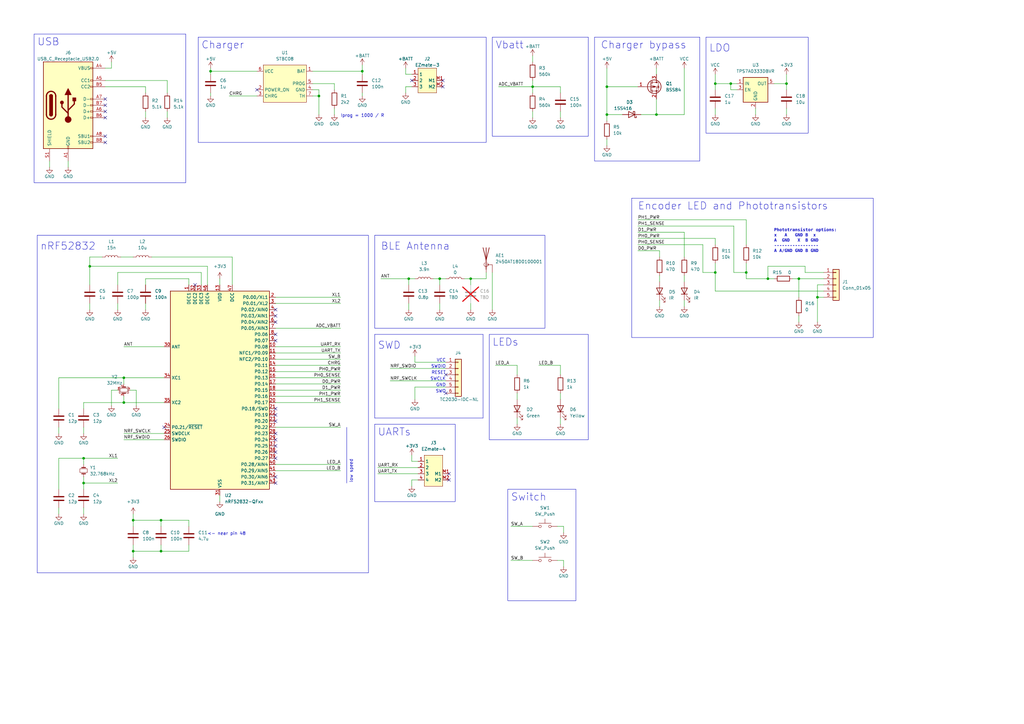
<source format=kicad_sch>
(kicad_sch (version 20230121) (generator eeschema)
  (paper "A3")
  (lib_symbols
    (symbol "Connector:USB_C_Receptacle_USB2.0" (pin_names (offset 1.016))
      (property "Reference" "J" (at -10.16 19.05 0))
      (property "Value" "USB_C_Receptacle_USB2.0" (at 19.05 19.05 0))
      (symbol "USB_C_Receptacle_USB2.0_1_1"
        (pin passive line (at 0 -22.86 90) (length 5.08) (name "GND") (number "A1"))
        (pin passive line (at 0 -22.86 90) (length 5.08) hide (name "GND") (number "A12"))
        (pin passive line (at 15.24 15.24 180) (length 5.08) (name "VBUS") (number "A4"))
        (pin bidirectional line (at 15.24 10.16 180) (length 5.08) (name "CC1") (number "A5"))
        (pin bidirectional line (at 15.24 -2.54 180) (length 5.08) (name "D+") (number "A6"))
        (pin bidirectional line (at 15.24 2.54 180) (length 5.08) (name "D-") (number "A7"))
        (pin bidirectional line (at 15.24 -12.7 180) (length 5.08) (name "SBU1") (number "A8"))
        (pin passive line (at 15.24 15.24 180) (length 5.08) hide (name "VBUS") (number "A9"))
        (pin passive line (at 0 -22.86 90) (length 5.08) hide (name "GND") (number "B1"))
        (pin passive line (at 0 -22.86 90) (length 5.08) hide (name "GND") (number "B12"))
        (pin passive line (at 15.24 15.24 180) (length 5.08) hide (name "VBUS") (number "B4"))
        (pin bidirectional line (at 15.24 7.62 180) (length 5.08) (name "CC2") (number "B5"))
        (pin bidirectional line (at 15.24 -5.08 180) (length 5.08) (name "D+") (number "B6"))
        (pin bidirectional line (at 15.24 0 180) (length 5.08) (name "D-") (number "B7"))
        (pin bidirectional line (at 15.24 -15.24 180) (length 5.08) (name "SBU2") (number "B8"))
        (pin passive line (at 15.24 15.24 180) (length 5.08) hide (name "VBUS") (number "B9"))
        (pin passive line (at -7.62 -22.86 90) (length 5.08) (name "SHIELD") (number "S1"))
      )
    )
    (symbol "Connector_Generic:Conn_01x05" (pin_names (offset 1.016) hide)
      (property "Reference" "J" (at 0 7.62 0))
      (property "Value" "Conn_01x05" (at 0 -7.62 0))
      (symbol "Conn_01x05_1_1"
        (pin passive line (at -5.08 5.08 0) (length 3.81) (name "Pin_1") (number "1"))
        (pin passive line (at -5.08 2.54 0) (length 3.81) (name "Pin_2") (number "2"))
        (pin passive line (at -5.08 0 0) (length 3.81) (name "Pin_3") (number "3"))
        (pin passive line (at -5.08 -2.54 0) (length 3.81) (name "Pin_4") (number "4"))
        (pin passive line (at -5.08 -5.08 0) (length 3.81) (name "Pin_5") (number "5"))
      )
    )
    (symbol "Connector_Generic:Conn_01x06" (pin_names (offset 1.016) hide)
      (property "Reference" "J" (at 0 7.62 0))
      (property "Value" "Conn_01x06" (at 0 -10.16 0))
      (symbol "Conn_01x06_1_1"
        (pin passive line (at -5.08 5.08 0) (length 3.81) (name "Pin_1") (number "1"))
        (pin passive line (at -5.08 2.54 0) (length 3.81) (name "Pin_2") (number "2"))
        (pin passive line (at -5.08 0 0) (length 3.81) (name "Pin_3") (number "3"))
        (pin passive line (at -5.08 -2.54 0) (length 3.81) (name "Pin_4") (number "4"))
        (pin passive line (at -5.08 -5.08 0) (length 3.81) (name "Pin_5") (number "5"))
        (pin passive line (at -5.08 -7.62 0) (length 3.81) (name "Pin_6") (number "6"))
      )
    )
    (symbol "Device:Antenna_Shield" (pin_numbers hide) (pin_names (offset 1.016) hide)
      (property "Reference" "AE" (at -1.905 4.445 0))
      (property "Value" "Antenna_Shield" (at -1.905 2.54 0))
      (symbol "Antenna_Shield_1_1"
        (pin input line (at 0 -5.08 90) (length 2.54) (name "A") (number "1"))
        (pin input line (at 2.54 -5.08 90) (length 2.54) (name "Shield") (number "2"))
      )
    )
    (symbol "Device:C" (pin_numbers hide) (pin_names (offset 0.254))
      (property "Reference" "C" (at 0.635 2.54 0))
      (property "Value" "C" (at 0.635 -2.54 0))
      (symbol "C_1_1"
        (pin passive line (at 0 3.81 270) (length 2.794) (name "~") (number "1"))
        (pin passive line (at 0 -3.81 90) (length 2.794) (name "~") (number "2"))
      )
    )
    (symbol "Device:Crystal_GND24_Small" (pin_names (offset 1.016) hide)
      (property "Reference" "Y" (at 1.27 4.445 0))
      (property "Value" "Crystal_GND24_Small" (at 1.27 2.54 0))
      (symbol "Crystal_GND24_Small_1_1"
        (pin passive line (at -2.54 0 0) (length 1.27) (name "1") (number "1"))
        (pin passive line (at 0 -2.54 90) (length 0.635) (name "2") (number "2"))
        (pin passive line (at 2.54 0 180) (length 1.27) (name "3") (number "3"))
        (pin passive line (at 0 2.54 270) (length 0.635) (name "4") (number "4"))
      )
    )
    (symbol "Device:Crystal_Small" (pin_numbers hide) (pin_names (offset 1.016) hide)
      (property "Reference" "Y" (at 0 2.54 0))
      (property "Value" "Crystal_Small" (at 0 -2.54 0))
      (symbol "Crystal_Small_1_1"
        (pin passive line (at -2.54 0 0) (length 1.27) (name "1") (number "1"))
        (pin passive line (at 2.54 0 180) (length 1.27) (name "2") (number "2"))
      )
    )
    (symbol "Device:L" (pin_numbers hide) (pin_names (offset 1.016) hide)
      (property "Reference" "L" (at -1.27 0 90))
      (property "Value" "L" (at 1.905 0 90))
      (symbol "L_1_1"
        (pin passive line (at 0 3.81 270) (length 1.27) (name "1") (number "1"))
        (pin passive line (at 0 -3.81 90) (length 1.27) (name "2") (number "2"))
      )
    )
    (symbol "Device:LED" (pin_numbers hide) (pin_names (offset 1.016) hide)
      (property "Reference" "D" (at 0 2.54 0))
      (property "Value" "LED" (at 0 -2.54 0))
      (symbol "LED_1_1"
        (pin passive line (at -3.81 0 0) (length 2.54) (name "K") (number "1"))
        (pin passive line (at 3.81 0 180) (length 2.54) (name "A") (number "2"))
      )
    )
    (symbol "Device:R" (pin_numbers hide) (pin_names (offset 0))
      (property "Reference" "R" (at 2.032 0 90))
      (property "Value" "R" (at 0 0 90))
      (symbol "R_1_1"
        (pin passive line (at 0 3.81 270) (length 1.27) (name "~") (number "1"))
        (pin passive line (at 0 -3.81 90) (length 1.27) (name "~") (number "2"))
      )
    )
    (symbol "Diode:1N5819" (pin_numbers hide) (pin_names (offset 1.016) hide)
      (property "Reference" "D" (at 0 2.54 0))
      (property "Value" "1N5819" (at 0 -2.54 0))
      (symbol "1N5819_1_1"
        (pin passive line (at -3.81 0 0) (length 2.54) (name "K") (number "1"))
        (pin passive line (at 3.81 0 180) (length 2.54) (name "A") (number "2"))
      )
    )
    (symbol "MCU_Nordic:nRF52832-QFxx"
      (property "Reference" "U" (at 0 1.27 0))
      (property "Value" "nRF52832-QFxx" (at 0 -1.27 0))
      (symbol "nRF52832-QFxx_1_1"
        (pin passive line (at -12.7 43.18 270) (length 2.54) (name "DEC1") (number "1"))
        (pin bidirectional line (at 22.86 17.78 180) (length 2.54) (name "P0.08") (number "10"))
        (pin bidirectional line (at 22.86 15.24 180) (length 2.54) (name "NFC1/P0.09") (number "11"))
        (pin bidirectional line (at 22.86 12.7 180) (length 2.54) (name "NFC2/P0.10") (number "12"))
        (pin power_in line (at 0 43.18 270) (length 2.54) (name "VDD") (number "13"))
        (pin bidirectional line (at 22.86 10.16 180) (length 2.54) (name "P0.11") (number "14"))
        (pin bidirectional line (at 22.86 7.62 180) (length 2.54) (name "P0.12") (number "15"))
        (pin bidirectional line (at 22.86 5.08 180) (length 2.54) (name "P0.13") (number "16"))
        (pin bidirectional line (at 22.86 2.54 180) (length 2.54) (name "P0.14") (number "17"))
        (pin bidirectional line (at 22.86 0 180) (length 2.54) (name "P0.15") (number "18"))
        (pin bidirectional line (at 22.86 -2.54 180) (length 2.54) (name "P0.16") (number "19"))
        (pin bidirectional line (at 22.86 38.1 180) (length 2.54) (name "P0.00/XL1") (number "2"))
        (pin bidirectional line (at 22.86 -5.08 180) (length 2.54) (name "P0.17") (number "20"))
        (pin bidirectional line (at 22.86 -7.62 180) (length 2.54) (name "P0.18/SWO") (number "21"))
        (pin bidirectional line (at 22.86 -10.16 180) (length 2.54) (name "P0.19") (number "22"))
        (pin bidirectional line (at 22.86 -12.7 180) (length 2.54) (name "P0.20") (number "23"))
        (pin bidirectional line (at -22.86 -15.24 0) (length 2.54) (name "P0.21/~{RESET}") (number "24"))
        (pin input line (at -22.86 -17.78 0) (length 2.54) (name "SWDCLK") (number "25"))
        (pin bidirectional line (at -22.86 -20.32 0) (length 2.54) (name "SWDIO") (number "26"))
        (pin bidirectional line (at 22.86 -15.24 180) (length 2.54) (name "P0.22") (number "27"))
        (pin bidirectional line (at 22.86 -17.78 180) (length 2.54) (name "P0.23") (number "28"))
        (pin bidirectional line (at 22.86 -20.32 180) (length 2.54) (name "P0.24") (number "29"))
        (pin bidirectional line (at 22.86 35.56 180) (length 2.54) (name "P0.01/XL2") (number "3"))
        (pin passive line (at -22.86 17.78 0) (length 2.54) (name "ANT") (number "30"))
        (pin power_in line (at 0 -43.18 90) (length 2.54) (name "VSS") (number "31"))
        (pin passive line (at -10.16 43.18 270) (length 2.54) (name "DEC2") (number "32"))
        (pin passive line (at -7.62 43.18 270) (length 2.54) (name "DEC3") (number "33"))
        (pin input line (at -22.86 5.08 0) (length 2.54) (name "XC1") (number "34"))
        (pin input line (at -22.86 -5.08 0) (length 2.54) (name "XC2") (number "35"))
        (pin passive line (at 0 43.18 270) (length 2.54) hide (name "VDD") (number "36"))
        (pin bidirectional line (at 22.86 -22.86 180) (length 2.54) (name "P0.25") (number "37"))
        (pin bidirectional line (at 22.86 -25.4 180) (length 2.54) (name "P0.26") (number "38"))
        (pin bidirectional line (at 22.86 -27.94 180) (length 2.54) (name "P0.27") (number "39"))
        (pin bidirectional line (at 22.86 33.02 180) (length 2.54) (name "P0.02/AIN0") (number "4"))
        (pin bidirectional line (at 22.86 -30.48 180) (length 2.54) (name "P0.28/AIN4") (number "40"))
        (pin bidirectional line (at 22.86 -33.02 180) (length 2.54) (name "P0.29/AIN5") (number "41"))
        (pin bidirectional line (at 22.86 -35.56 180) (length 2.54) (name "P0.30/AIN6") (number "42"))
        (pin bidirectional line (at 22.86 -38.1 180) (length 2.54) (name "P0.31/AIN7") (number "43"))
        (pin no_connect line (at -20.32 -30.48 0) (length 2.54) hide (name "NC") (number "44"))
        (pin passive line (at 0 -43.18 90) (length 2.54) hide (name "VSS") (number "45"))
        (pin passive line (at -5.08 43.18 270) (length 2.54) (name "DEC4") (number "46"))
        (pin power_out line (at 5.08 43.18 270) (length 2.54) (name "DCC") (number "47"))
        (pin passive line (at 0 43.18 270) (length 2.54) hide (name "VDD") (number "48"))
        (pin passive line (at 0 -43.18 90) (length 2.54) hide (name "VSS") (number "49"))
        (pin bidirectional line (at 22.86 30.48 180) (length 2.54) (name "P0.03/AIN1") (number "5"))
        (pin bidirectional line (at 22.86 27.94 180) (length 2.54) (name "P0.04/AIN2") (number "6"))
        (pin bidirectional line (at 22.86 25.4 180) (length 2.54) (name "P0.05/AIN3") (number "7"))
        (pin bidirectional line (at 22.86 22.86 180) (length 2.54) (name "P0.06") (number "8"))
        (pin bidirectional line (at 22.86 20.32 180) (length 2.54) (name "P0.07") (number "9"))
      )
    )
    (symbol "Regulator_Linear:TPS7A0508PDBV"
      (property "Reference" "U" (at -3.81 6.35 0))
      (property "Value" "TPS7A0508PDBV" (at 6.35 6.35 0))
      (symbol "TPS7A0508PDBV_0_1"
        (pin power_in line (at -7.62 2.54 0) (length 2.54) (name "IN") (number "1"))
        (pin power_in line (at 0 -7.62 90) (length 2.54) (name "GND") (number "2"))
        (pin input line (at -7.62 0 0) (length 2.54) (name "EN") (number "3"))
        (pin no_connect line (at 5.08 0 180) (length 2.54) hide (name "NC") (number "4"))
        (pin power_out line (at 7.62 2.54 180) (length 2.54) (name "OUT") (number "5"))
      )
    )
    (symbol "Switch:SW_Push" (pin_numbers hide) (pin_names (offset 1.016) hide)
      (property "Reference" "SW" (at 1.27 2.54 0))
      (property "Value" "SW_Push" (at 0 -1.524 0))
      (symbol "SW_Push_0_1"
        (pin passive line (at -5.08 0 0) (length 2.54) (name "1") (number "1"))
        (pin passive line (at 5.08 0 180) (length 2.54) (name "2") (number "2"))
      )
    )
    (symbol "Transistor_FET:BSS84" (pin_names hide)
      (property "Reference" "Q" (at 5.08 1.905 0))
      (property "Value" "BSS84" (at 5.08 0 0))
      (symbol "BSS84_1_1"
        (pin input line (at -5.08 0 0) (length 2.54) (name "G") (number "1"))
        (pin passive line (at 2.54 -5.08 90) (length 2.54) (name "S") (number "2"))
        (pin passive line (at 2.54 5.08 270) (length 2.54) (name "D") (number "3"))
      )
    )
    (symbol "balto:EZmate-3"
      (property "Reference" "J" (at 0 6.35 0))
      (property "Value" "EZmate-3" (at 0 -6.35 0))
      (symbol "EZmate-3_1_1"
        (pin passive line (at -6.35 2.54 0) (length 2.54) (name "1") (number "1"))
        (pin passive line (at -6.35 0 0) (length 2.54) (name "2") (number "2"))
        (pin passive line (at -6.35 -2.54 0) (length 2.54) (name "3") (number "3"))
        (pin passive line (at 6.35 0 180) (length 2.54) (name "M1") (number "M1"))
        (pin passive line (at 6.35 -2.54 180) (length 2.54) (name "M2") (number "M2"))
      )
    )
    (symbol "balto:EZmate-4"
      (property "Reference" "J" (at 0 7.62 0))
      (property "Value" "EZmate-4" (at 0 -7.62 0))
      (symbol "EZmate-4_1_1"
        (pin passive line (at -6.35 3.81 0) (length 2.54) (name "1") (number "1"))
        (pin passive line (at -6.35 1.27 0) (length 2.54) (name "2") (number "2"))
        (pin passive line (at -6.35 -1.27 0) (length 2.54) (name "3") (number "3"))
        (pin passive line (at -6.35 -3.81 0) (length 2.54) (name "4") (number "4"))
        (pin passive line (at 6.35 -1.27 180) (length 2.54) (name "M1") (number "M1"))
        (pin passive line (at 6.35 -3.81 180) (length 2.54) (name "M2") (number "M2"))
      )
    )
    (symbol "balto:STBC08"
      (property "Reference" "U" (at 0 8.89 0))
      (property "Value" "STBC08" (at 0 -8.89 0))
      (symbol "STBC08_1_1"
        (pin power_in line (at 11.43 5.08 180) (length 2.54) (name "BAT") (number "1"))
        (pin open_collector line (at -11.43 -2.54 0) (length 2.54) (name "POWER_ON") (number "2"))
        (pin open_collector line (at -11.43 -5.08 0) (length 2.54) (name "CHRG") (number "3"))
        (pin power_in line (at 11.43 -2.54 180) (length 2.54) (name "GND") (number "4"))
        (pin passive line (at 11.43 0 180) (length 2.54) (name "PROG") (number "5"))
        (pin power_in line (at -11.43 5.08 0) (length 2.54) (name "VCC") (number "6"))
        (pin passive line (at 11.43 -5.08 180) (length 2.54) (name "TH") (number "7"))
      )
    )
    (symbol "power:+3V3" (power) (pin_names (offset 0))
      (property "Value" "+3V3" (at 0 3.556 0))
      (symbol "+3V3_1_1"
        (pin power_in line (at 0 0 90) (length 0) hide (name "+3V3") (number "1"))
      )
    )
    (symbol "power:+5V" (power) (pin_names (offset 0))
      (property "Value" "+5V" (at 0 3.556 0))
      (symbol "+5V_1_1"
        (pin power_in line (at 0 0 90) (length 0) hide (name "+5V") (number "1"))
      )
    )
    (symbol "power:+BATT" (power) (pin_names (offset 0))
      (property "Value" "+BATT" (at 0 3.556 0))
      (symbol "+BATT_1_1"
        (pin power_in line (at 0 0 90) (length 0) hide (name "+BATT") (number "1"))
      )
    )
    (symbol "power:GND" (power) (pin_names (offset 0))
      (property "Value" "GND" (at 0 -3.81 0))
      (symbol "GND_1_1"
        (pin power_in line (at 0 0 270) (length 0) hide (name "GND") (number "1"))
      )
    )
    (symbol "power:VCC" (power) (pin_names (offset 0))
      (property "Value" "VCC" (at 0 3.81 0))
      (symbol "VCC_1_1"
        (pin power_in line (at 0 0 90) (length 0) hide (name "VCC") (number "1"))
      )
    )
  )
  (junction (at 299.72 34.29))
  (junction (at 306.07 111.76))
  (junction (at 322.58 34.29))
  (junction (at 130.81 39.37))
  (junction (at 327.66 114.3))
  (junction (at 86.36 29.21))
  (junction (at 34.29 187.96))
  (junction (at 293.37 34.29))
  (junction (at 34.29 198.12))
  (junction (at 269.24 46.99))
  (junction (at 314.96 114.3))
  (junction (at 167.64 114.3))
  (junction (at 248.92 35.56))
  (junction (at 66.04 213.36))
  (junction (at 293.37 111.76))
  (junction (at 50.8 154.94))
  (junction (at 248.92 46.99))
  (junction (at 218.44 35.56))
  (junction (at 335.28 121.92))
  (junction (at 66.04 226.06))
  (junction (at 148.59 29.21))
  (junction (at 193.04 114.3))
  (junction (at 54.61 226.06))
  (junction (at 54.61 213.36))
  (junction (at 50.8 165.1))
  (junction (at 36.83 109.22))
  (junction (at 180.34 114.3))
  (no_connect (at 43.18 48.26))
  (no_connect (at 168.91 33.02))
  (no_connect (at 181.61 35.56))
  (no_connect (at 113.03 137.16))
  (no_connect (at 113.03 177.8))
  (no_connect (at 43.18 45.72))
  (no_connect (at 113.03 195.58))
  (no_connect (at 113.03 198.12))
  (no_connect (at 105.41 36.83))
  (no_connect (at 113.03 132.08))
  (no_connect (at 113.03 185.42))
  (no_connect (at 113.03 167.64))
  (no_connect (at 113.03 170.18))
  (no_connect (at 113.03 127))
  (no_connect (at 67.31 175.26))
  (no_connect (at 113.03 129.54))
  (no_connect (at 181.61 33.02))
  (no_connect (at 43.18 43.18))
  (no_connect (at 80.01 116.84))
  (no_connect (at 182.88 161.29))
  (no_connect (at 184.15 194.31))
  (no_connect (at 113.03 182.88))
  (no_connect (at 182.88 153.67))
  (no_connect (at 113.03 172.72))
  (no_connect (at 43.18 55.88))
  (no_connect (at 113.03 139.7))
  (no_connect (at 43.18 40.64))
  (no_connect (at 43.18 58.42))
  (no_connect (at 113.03 187.96))
  (no_connect (at 113.03 180.34))
  (no_connect (at 184.15 196.85))
  (wire (pts (xy 203.2 149.86) (xy 212.09 149.86)))
  (wire (pts (xy 48.26 111.76) (xy 82.55 111.76)))
  (wire (pts (xy 330.2 111.76) (xy 330.2 109.22)))
  (wire (pts (xy 228.6 229.87) (xy 231.14 229.87)))
  (wire (pts (xy 59.69 114.3) (xy 59.69 116.84)))
  (wire (pts (xy 229.87 45.72) (xy 229.87 48.26)))
  (wire (pts (xy 166.37 30.48) (xy 166.37 27.94)))
  (wire (pts (xy 50.8 165.1) (xy 50.8 162.56)))
  (wire (pts (xy 90.17 203.2) (xy 90.17 205.74)))
  (wire (pts (xy 54.61 210.82) (xy 54.61 213.36)))
  (wire (pts (xy 34.29 190.5) (xy 34.29 187.96)))
  (wire (pts (xy 48.26 124.46) (xy 48.26 127)))
  (wire (pts (xy 50.8 154.94) (xy 24.13 154.94)))
  (wire (pts (xy 59.69 35.56) (xy 59.69 38.1)))
  (wire (pts (xy 36.83 109.22) (xy 36.83 116.84)))
  (wire (pts (xy 193.04 114.3) (xy 199.39 114.3)))
  (wire (pts (xy 280.67 113.03) (xy 280.67 115.57)))
  (wire (pts (xy 325.12 114.3) (xy 327.66 114.3)))
  (wire (pts (xy 218.44 45.72) (xy 218.44 48.26)))
  (wire (pts (xy 50.8 154.94) (xy 50.8 157.48)))
  (wire (pts (xy 335.28 121.92) (xy 335.28 132.08)))
  (wire (pts (xy 77.47 213.36) (xy 66.04 213.36)))
  (wire (pts (xy 49.53 105.41) (xy 54.61 105.41)))
  (wire (pts (xy 160.02 156.21) (xy 182.88 156.21)))
  (wire (pts (xy 54.61 223.52) (xy 54.61 226.06)))
  (wire (pts (xy 280.67 95.25) (xy 280.67 105.41)))
  (wire (pts (xy 209.55 215.9) (xy 218.44 215.9)))
  (wire (pts (xy 27.94 66.04) (xy 27.94 68.58)))
  (wire (pts (xy 212.09 153.67) (xy 212.09 149.86)))
  (wire (pts (xy 113.03 144.78) (xy 139.7 144.78)))
  (wire (pts (xy 182.88 148.59) (xy 170.18 148.59)))
  (wire (pts (xy 154.94 191.77) (xy 171.45 191.77)))
  (wire (pts (xy 306.07 111.76) (xy 300.99 111.76)))
  (wire (pts (xy 293.37 34.29) (xy 293.37 36.83)))
  (wire (pts (xy 314.96 114.3) (xy 306.07 114.3)))
  (wire (pts (xy 50.8 154.94) (xy 67.31 154.94)))
  (wire (pts (xy 218.44 33.02) (xy 218.44 35.56)))
  (wire (pts (xy 218.44 35.56) (xy 229.87 35.56)))
  (wire (pts (xy 130.81 39.37) (xy 130.81 46.99)))
  (wire (pts (xy 293.37 107.95) (xy 293.37 111.76)))
  (wire (pts (xy 201.93 111.76) (xy 201.93 127)))
  (wire (pts (xy 20.32 66.04) (xy 20.32 68.58)))
  (wire (pts (xy 261.62 100.33) (xy 288.29 100.33)))
  (wire (pts (xy 293.37 119.38) (xy 293.37 111.76)))
  (wire (pts (xy 220.98 149.86) (xy 229.87 149.86)))
  (wire (pts (xy 293.37 34.29) (xy 293.37 30.48)))
  (wire (pts (xy 170.18 158.75) (xy 170.18 163.83)))
  (wire (pts (xy 24.13 154.94) (xy 24.13 167.64)))
  (wire (pts (xy 300.99 111.76) (xy 300.99 92.71)))
  (wire (pts (xy 261.62 90.17) (xy 306.07 90.17)))
  (wire (pts (xy 113.03 149.86) (xy 139.7 149.86)))
  (wire (pts (xy 113.03 147.32) (xy 139.7 147.32)))
  (polyline (pts (xy 198.12 137.16) (xy 153.67 137.16)))
  (wire (pts (xy 34.29 195.58) (xy 34.29 198.12)))
  (wire (pts (xy 248.92 27.94) (xy 248.92 35.56)))
  (wire (pts (xy 337.82 111.76) (xy 330.2 111.76)))
  (wire (pts (xy 50.8 165.1) (xy 67.31 165.1)))
  (wire (pts (xy 43.18 35.56) (xy 59.69 35.56)))
  (wire (pts (xy 128.27 39.37) (xy 130.81 39.37)))
  (wire (pts (xy 66.04 223.52) (xy 66.04 226.06)))
  (wire (pts (xy 280.67 123.19) (xy 280.67 125.73)))
  (wire (pts (xy 170.18 148.59) (xy 170.18 146.05)))
  (wire (pts (xy 53.34 160.02) (xy 55.88 160.02)))
  (wire (pts (xy 231.14 229.87) (xy 231.14 232.41)))
  (wire (pts (xy 306.07 107.95) (xy 306.07 111.76)))
  (wire (pts (xy 50.8 180.34) (xy 67.31 180.34)))
  (polyline (pts (xy 142.24 175.26) (xy 142.24 198.12)))
  (wire (pts (xy 337.82 121.92) (xy 335.28 121.92)))
  (wire (pts (xy 299.72 34.29) (xy 302.26 34.29)))
  (wire (pts (xy 261.62 102.87) (xy 270.51 102.87)))
  (wire (pts (xy 77.47 114.3) (xy 59.69 114.3)))
  (wire (pts (xy 113.03 193.04) (xy 139.7 193.04)))
  (wire (pts (xy 280.67 46.99) (xy 280.67 27.94)))
  (wire (pts (xy 231.14 215.9) (xy 231.14 218.44)))
  (wire (pts (xy 113.03 142.24) (xy 139.7 142.24)))
  (wire (pts (xy 327.66 114.3) (xy 337.82 114.3)))
  (wire (pts (xy 68.58 33.02) (xy 68.58 38.1)))
  (wire (pts (xy 309.88 44.45) (xy 309.88 46.99)))
  (wire (pts (xy 212.09 171.45) (xy 212.09 173.99)))
  (wire (pts (xy 24.13 208.28) (xy 24.13 210.82)))
  (wire (pts (xy 322.58 30.48) (xy 322.58 34.29)))
  (wire (pts (xy 327.66 114.3) (xy 327.66 121.92)))
  (wire (pts (xy 269.24 40.64) (xy 269.24 46.99)))
  (wire (pts (xy 59.69 124.46) (xy 59.69 127)))
  (wire (pts (xy 45.72 27.94) (xy 45.72 25.4)))
  (wire (pts (xy 86.36 27.94) (xy 86.36 29.21)))
  (wire (pts (xy 43.18 27.94) (xy 45.72 27.94)))
  (wire (pts (xy 302.26 36.83) (xy 299.72 36.83)))
  (wire (pts (xy 77.47 116.84) (xy 77.47 114.3)))
  (wire (pts (xy 166.37 35.56) (xy 166.37 38.1)))
  (wire (pts (xy 335.28 116.84) (xy 335.28 121.92)))
  (wire (pts (xy 154.94 194.31) (xy 171.45 194.31)))
  (wire (pts (xy 322.58 34.29) (xy 322.58 36.83)))
  (wire (pts (xy 113.03 175.26) (xy 139.7 175.26)))
  (wire (pts (xy 229.87 161.29) (xy 229.87 163.83)))
  (wire (pts (xy 180.34 124.46) (xy 180.34 127)))
  (polyline (pts (xy 198.12 171.45) (xy 198.12 137.16)))
  (wire (pts (xy 85.09 109.22) (xy 85.09 116.84)))
  (wire (pts (xy 68.58 45.72) (xy 68.58 48.26)))
  (wire (pts (xy 167.64 114.3) (xy 167.64 116.84)))
  (wire (pts (xy 322.58 44.45) (xy 322.58 46.99)))
  (wire (pts (xy 248.92 57.15) (xy 248.92 59.69)))
  (wire (pts (xy 24.13 187.96) (xy 24.13 200.66)))
  (wire (pts (xy 288.29 111.76) (xy 288.29 100.33)))
  (wire (pts (xy 86.36 29.21) (xy 105.41 29.21)))
  (wire (pts (xy 327.66 129.54) (xy 327.66 132.08)))
  (wire (pts (xy 330.2 109.22) (xy 314.96 109.22)))
  (wire (pts (xy 62.23 105.41) (xy 95.25 105.41)))
  (wire (pts (xy 204.47 35.56) (xy 218.44 35.56)))
  (wire (pts (xy 128.27 29.21) (xy 148.59 29.21)))
  (wire (pts (xy 130.81 36.83) (xy 130.81 39.37)))
  (wire (pts (xy 113.03 134.62) (xy 139.7 134.62)))
  (wire (pts (xy 59.69 45.72) (xy 59.69 48.26)))
  (wire (pts (xy 317.5 34.29) (xy 322.58 34.29)))
  (wire (pts (xy 148.59 26.67) (xy 148.59 29.21)))
  (wire (pts (xy 299.72 34.29) (xy 293.37 34.29)))
  (wire (pts (xy 168.91 189.23) (xy 168.91 186.69)))
  (wire (pts (xy 36.83 109.22) (xy 85.09 109.22)))
  (wire (pts (xy 299.72 34.29) (xy 299.72 36.83)))
  (wire (pts (xy 93.98 39.37) (xy 105.41 39.37)))
  (wire (pts (xy 182.88 158.75) (xy 170.18 158.75)))
  (wire (pts (xy 314.96 114.3) (xy 317.5 114.3)))
  (wire (pts (xy 193.04 114.3) (xy 193.04 116.84)))
  (wire (pts (xy 95.25 105.41) (xy 95.25 116.84)))
  (wire (pts (xy 113.03 124.46) (xy 139.7 124.46)))
  (wire (pts (xy 24.13 175.26) (xy 24.13 177.8)))
  (wire (pts (xy 48.26 111.76) (xy 48.26 116.84)))
  (wire (pts (xy 34.29 187.96) (xy 48.26 187.96)))
  (wire (pts (xy 190.5 114.3) (xy 193.04 114.3)))
  (wire (pts (xy 270.51 113.03) (xy 270.51 115.57)))
  (wire (pts (xy 55.88 160.02) (xy 55.88 166.37)))
  (wire (pts (xy 218.44 35.56) (xy 218.44 38.1)))
  (wire (pts (xy 156.21 114.3) (xy 167.64 114.3)))
  (wire (pts (xy 270.51 123.19) (xy 270.51 125.73)))
  (wire (pts (xy 171.45 189.23) (xy 168.91 189.23)))
  (wire (pts (xy 261.62 95.25) (xy 280.67 95.25)))
  (wire (pts (xy 86.36 29.21) (xy 86.36 30.48)))
  (wire (pts (xy 160.02 151.13) (xy 182.88 151.13)))
  (wire (pts (xy 269.24 27.94) (xy 269.24 30.48)))
  (wire (pts (xy 113.03 160.02) (xy 139.7 160.02)))
  (wire (pts (xy 48.26 160.02) (xy 45.72 160.02)))
  (wire (pts (xy 148.59 29.21) (xy 148.59 30.48)))
  (wire (pts (xy 113.03 154.94) (xy 139.7 154.94)))
  (wire (pts (xy 293.37 111.76) (xy 288.29 111.76)))
  (wire (pts (xy 77.47 215.9) (xy 77.47 213.36)))
  (wire (pts (xy 113.03 157.48) (xy 139.7 157.48)))
  (wire (pts (xy 113.03 190.5) (xy 139.7 190.5)))
  (wire (pts (xy 137.16 44.45) (xy 137.16 46.99)))
  (wire (pts (xy 261.62 97.79) (xy 293.37 97.79)))
  (wire (pts (xy 43.18 33.02) (xy 68.58 33.02)))
  (wire (pts (xy 261.62 92.71) (xy 300.99 92.71)))
  (wire (pts (xy 45.72 160.02) (xy 45.72 166.37)))
  (wire (pts (xy 248.92 35.56) (xy 261.62 35.56)))
  (wire (pts (xy 269.24 46.99) (xy 280.67 46.99)))
  (wire (pts (xy 128.27 34.29) (xy 137.16 34.29)))
  (wire (pts (xy 293.37 100.33) (xy 293.37 97.79)))
  (wire (pts (xy 34.29 198.12) (xy 48.26 198.12)))
  (wire (pts (xy 337.82 116.84) (xy 335.28 116.84)))
  (wire (pts (xy 50.8 142.24) (xy 67.31 142.24)))
  (wire (pts (xy 86.36 38.1) (xy 86.36 39.37)))
  (wire (pts (xy 34.29 187.96) (xy 24.13 187.96)))
  (wire (pts (xy 77.47 226.06) (xy 66.04 226.06)))
  (wire (pts (xy 314.96 109.22) (xy 314.96 114.3)))
  (wire (pts (xy 34.29 175.26) (xy 34.29 177.8)))
  (wire (pts (xy 212.09 161.29) (xy 212.09 163.83)))
  (wire (pts (xy 50.8 177.8) (xy 67.31 177.8)))
  (wire (pts (xy 262.89 46.99) (xy 269.24 46.99)))
  (wire (pts (xy 113.03 165.1) (xy 139.7 165.1)))
  (wire (pts (xy 36.83 124.46) (xy 36.83 127)))
  (wire (pts (xy 306.07 100.33) (xy 306.07 90.17)))
  (wire (pts (xy 77.47 223.52) (xy 77.47 226.06)))
  (wire (pts (xy 113.03 121.92) (xy 139.7 121.92)))
  (wire (pts (xy 170.18 114.3) (xy 167.64 114.3)))
  (wire (pts (xy 248.92 46.99) (xy 248.92 49.53)))
  (wire (pts (xy 34.29 198.12) (xy 34.29 200.66)))
  (polyline (pts (xy 153.67 171.45) (xy 198.12 171.45)))
  (wire (pts (xy 168.91 196.85) (xy 171.45 196.85)))
  (wire (pts (xy 50.8 165.1) (xy 34.29 165.1)))
  (wire (pts (xy 209.55 229.87) (xy 218.44 229.87)))
  (wire (pts (xy 34.29 165.1) (xy 34.29 167.64)))
  (wire (pts (xy 128.27 36.83) (xy 130.81 36.83)))
  (wire (pts (xy 168.91 199.39) (xy 168.91 196.85)))
  (wire (pts (xy 248.92 35.56) (xy 248.92 46.99)))
  (wire (pts (xy 180.34 114.3) (xy 180.34 116.84)))
  (wire (pts (xy 66.04 213.36) (xy 54.61 213.36)))
  (wire (pts (xy 229.87 35.56) (xy 229.87 38.1)))
  (wire (pts (xy 36.83 109.22) (xy 36.83 105.41)))
  (wire (pts (xy 177.8 114.3) (xy 180.34 114.3)))
  (wire (pts (xy 337.82 119.38) (xy 293.37 119.38)))
  (wire (pts (xy 218.44 22.86) (xy 218.44 25.4)))
  (wire (pts (xy 229.87 171.45) (xy 229.87 173.99)))
  (wire (pts (xy 148.59 38.1) (xy 148.59 39.37)))
  (wire (pts (xy 36.83 105.41) (xy 41.91 105.41)))
  (wire (pts (xy 90.17 114.3) (xy 90.17 116.84)))
  (wire (pts (xy 306.07 114.3) (xy 306.07 111.76)))
  (wire (pts (xy 228.6 215.9) (xy 231.14 215.9)))
  (wire (pts (xy 34.29 208.28) (xy 34.29 210.82)))
  (wire (pts (xy 293.37 44.45) (xy 293.37 46.99)))
  (wire (pts (xy 193.04 124.46) (xy 193.04 127)))
  (wire (pts (xy 199.39 114.3) (xy 199.39 111.76)))
  (polyline (pts (xy 153.67 137.16) (xy 153.67 171.45)))
  (wire (pts (xy 167.64 124.46) (xy 167.64 127)))
  (wire (pts (xy 270.51 102.87) (xy 270.51 105.41)))
  (wire (pts (xy 168.91 35.56) (xy 166.37 35.56)))
  (wire (pts (xy 180.34 114.3) (xy 182.88 114.3)))
  (wire (pts (xy 54.61 226.06) (xy 54.61 228.6)))
  (wire (pts (xy 82.55 111.76) (xy 82.55 116.84)))
  (wire (pts (xy 66.04 226.06) (xy 54.61 226.06)))
  (wire (pts (xy 113.03 162.56) (xy 139.7 162.56)))
  (wire (pts (xy 54.61 213.36) (xy 54.61 215.9)))
  (wire (pts (xy 113.03 152.4) (xy 139.7 152.4)))
  (wire (pts (xy 66.04 213.36) (xy 66.04 215.9)))
  (wire (pts (xy 137.16 34.29) (xy 137.16 36.83)))
  (wire (pts (xy 229.87 153.67) (xy 229.87 149.86)))
  (wire (pts (xy 168.91 30.48) (xy 166.37 30.48)))
  (wire (pts (xy 248.92 46.99) (xy 255.27 46.99)))
  (rectangle (start 201.93 15.24) (end 241.3 55.88))
  (rectangle (start 259.08 81.28) (end 358.14 138.43))
  (rectangle (start 153.67 173.99) (end 186.69 205.74))
  (rectangle (start 208.28 200.66) (end 236.22 246.38))
  (rectangle (start 243.84 15.24) (end 287.02 66.04))
  (rectangle (start 289.56 15.24) (end 331.47 54.61))
  (rectangle (start 13.97 13.97) (end 76.2 74.93))
  (rectangle (start 200.66 137.16) (end 241.3 180.34))
  (rectangle (start 81.28 15.24) (end 199.39 58.42))
  (rectangle (start 15.24 96.52) (end 151.13 234.95))
  (rectangle (start 153.67 96.52) (end 223.52 134.62))
  (text "UARTs" (at 154.94 179.07 0) (effects (font (size 3 3)) (justify left bottom)))
  (text "LEDs" (at 201.93 142.24 0) (effects (font (size 3 3)) (justify left bottom)))
  (text "low speed" (at 144.78 198.12 90) (effects (font (size 1.27 1.27)) (justify left bottom)))
  (text "Switch" (at 209.55 205.74 0) (effects (font (size 3 3)) (justify left bottom)))
  (text "RESET" (at 182.88 153.67 0) (effects (font (size 1.27 1.27)) (justify right bottom)))
  (text "<- near pin 48" (at 85.09 219.71 0) (effects (font (size 1.27 1.27)) (justify left bottom)))
  (text "SWDIO" (at 182.88 151.13 0) (effects (font (size 1.27 1.27)) (justify right bottom)))
  (text "LDO" (at 290.83 21.59 0) (effects (font (size 3 3)) (justify left bottom)))
  (text "USB" (at 15.24 19.05 0) (effects (font (size 3 3)) (justify left bottom)))
  (text "BLE Antenna" (at 156.21 102.87 0) (effects (font (size 3 3)) (justify left bottom)))
  (text "nRF52832" (at 16.51 102.87 0) (effects (font (size 3 3)) (justify left bottom)))
  (text "Iprog = 1000 / R" (at 139.7 48.26 0) (effects (font (size 1.27 1.27)) (justify left bottom)))
  (text "SWCLK" (at 182.88 156.21 0) (effects (font (size 1.27 1.27)) (justify right bottom)))
  (text "VCC" (at 182.88 148.59 0) (effects (font (size 1.27 1.27)) (justify right bottom)))
  (text "Phototransistor options:\nx   A   GND B  x\nA  GND   X  B GND\n-----------------\nA A/GND GND B GND" (at 317.5 104.14 0) (effects (font (size 1.27 1.27) (thickness 0.254) bold) (justify left bottom)))
  (text "Charger" (at 82.55 20.32 0) (effects (font (size 3 3)) (justify left bottom)))
  (text "SWD" (at 154.94 143.51 0) (effects (font (size 3 3)) (justify left bottom)))
  (text "SWO" (at 182.88 161.29 0) (effects (font (size 1.27 1.27)) (justify right bottom)))
  (text "Charger bypass" (at 246.38 20.32 0) (effects (font (size 3 3)) (justify left bottom)))
  (text "GND" (at 182.88 158.75 0) (effects (font (size 1.27 1.27)) (justify right bottom)))
  (text "Encoder LED and Phototransistors" (at 261.62 86.36 0) (effects (font (size 3 3)) (justify left bottom)))
  (text "Vbatt" (at 203.2 20.32 0) (effects (font (size 3 3)) (justify left bottom)))
  (label "PH1_SENSE" (at 139.7 165.1 180))
  (label "SW_A" (at 139.7 175.26 180))
  (label "PH1_PWR" (at 261.62 90.17 0))
  (label "NRF_SWCLK" (at 160.02 156.21 0))
  (label "CHRG" (at 93.98 39.37 0))
  (label "NRF_SWCLK" (at 50.8 177.8 0))
  (label "LED_B" (at 139.7 193.04 180))
  (label "SW_A" (at 209.55 215.9 0))
  (label "PH0_PWR" (at 139.7 152.4 180))
  (label "XL1" (at 139.7 121.92 180))
  (label "D0_PWR" (at 139.7 157.48 180))
  (label "UART_RX" (at 154.94 191.77 0))
  (label "PH0_PWR" (at 261.62 97.79 0))
  (label "D1_PWR" (at 261.62 95.25 0))
  (label "LED_B" (at 220.98 149.86 0))
  (label "ADC_VBATT" (at 139.7 134.62 180))
  (label "PH1_SENSE" (at 261.62 92.71 0))
  (label "D0_PWR" (at 261.62 102.87 0))
  (label "PH1_PWR" (at 139.7 162.56 180))
  (label "NRF_SWDIO" (at 50.8 180.34 0))
  (label "NRF_SWDIO" (at 160.02 151.13 0))
  (label "PH0_SENSE" (at 139.7 154.94 180))
  (label "CHRG" (at 139.7 149.86 180))
  (label "ANT" (at 50.8 142.24 0))
  (label "XL2" (at 139.7 124.46 180))
  (label "UART_TX" (at 139.7 144.78 180))
  (label "D1_PWR" (at 139.7 160.02 180))
  (label "XL1" (at 48.26 187.96 180))
  (label "XL2" (at 48.26 198.12 180))
  (label "SW_B" (at 209.55 229.87 0))
  (label "UART_TX" (at 154.94 194.31 0))
  (label "LED_A" (at 203.2 149.86 0))
  (label "ANT" (at 156.21 114.3 0))
  (label "UART_RX" (at 139.7 142.24 180))
  (label "LED_A" (at 139.7 190.5 180))
  (label "PH0_SENSE" (at 261.62 100.33 0))
  (label "ADC_VBATT" (at 204.47 35.56 0))
  (label "SW_B" (at 139.7 147.32 180))
  (symbol (lib_id "power:+3V3") (at 170.18 146.05 0) (unit 1)
    (property "Reference" "#PWR028" (effects hide))
    (property "Value" "+3V3" (at 170.18 142.24 0))
  )
  (symbol (lib_id "balto:EZmate-3") (at 175.26 33.02 0) (unit 1)
    (property "Reference" "J2" (at 175.26 24.13 0))
    (property "Value" "EZmate-3" (at 175.26 26.67 0))
    (property "Footprint" "balto:EZmate-3" (effects hide))
  )
  (symbol (lib_id "power:GND") (at 201.93 127 0) (unit 1)
    (property "Reference" "#PWR035" (effects hide))
    (property "Value" "GND" (at 201.93 130.81 0))
  )
  (symbol (lib_id "Device:C") (at 293.37 40.64 0) (unit 1)
    (property "Reference" "C17" (at 297.18 39.3699 0) (effects (justify left)))
    (property "Value" "1u" (at 297.18 41.9099 0) (effects (justify left)))
    (property "Footprint" "balto:C_0402_Worthington" (effects hide))
  )
  (symbol (lib_id "Device:LED") (at 229.87 167.64 90) (unit 1)
    (property "Reference" "D6" (at 233.68 167.9575 90) (effects (justify right)))
    (property "Value" "Yellow" (at 233.68 170.4975 90) (effects (justify right)))
    (property "Footprint" "LED_SMD:LED_0603_1608Metric" (effects hide))
  )
  (symbol (lib_id "Device:C") (at 24.13 171.45 0) (unit 1)
    (property "Reference" "C1" (at 27.94 170.1799 0) (effects (justify left)))
    (property "Value" "12p" (at 27.94 172.7199 0) (effects (justify left)))
    (property "Footprint" "balto:C_0402_Worthington" (effects hide))
  )
  (symbol (lib_id "power:GND") (at 322.58 46.99 0) (unit 1)
    (property "Reference" "#PWR045" (effects hide))
    (property "Value" "GND" (at 322.58 50.8 0))
  )
  (symbol (lib_id "Device:R") (at 68.58 41.91 0) (unit 1)
    (property "Reference" "R14" (at 71.12 41.275 0) (effects (justify left)))
    (property "Value" "5.1k" (at 71.12 43.815 0) (effects (justify left)))
    (property "Footprint" "balto:R_0402_Worthington" (effects hide))
  )
  (symbol (lib_id "power:+3V3") (at 322.58 30.48 0) (unit 1)
    (property "Reference" "#PWR044" (effects hide))
    (property "Value" "+3V3" (at 322.58 26.67 0))
  )
  (symbol (lib_id "Diode:1N5819") (at 259.08 46.99 180) (unit 1)
    (property "Reference" "D3" (at 256.8575 41.91 0) (effects (justify right)))
    (property "Value" "1SS416" (at 251.7775 44.45 0) (effects (justify right)))
    (property "Footprint" "Diode_SMD:D_SOD-923" (effects hide))
  )
  (symbol (lib_id "Device:C") (at 59.69 120.65 0) (unit 1)
    (property "Reference" "C9" (at 63.5 119.3799 0) (effects (justify left)))
    (property "Value" "100n" (at 63.5 121.9199 0) (effects (justify left)))
    (property "Footprint" "balto:C_0402_Worthington" (effects hide))
  )
  (symbol (lib_id "power:+BATT") (at 218.44 22.86 0) (unit 1)
    (property "Reference" "#PWR030" (effects hide))
    (property "Value" "+BATT" (at 218.44 19.05 0))
  )
  (symbol (lib_id "Device:R") (at 306.07 104.14 0) (unit 1)
    (property "Reference" "R12" (at 308.61 102.87 0) (effects (justify left)))
    (property "Value" "10k" (at 308.61 105.41 0) (effects (justify left)))
    (property "Footprint" "balto:R_0402_Worthington" (effects hide))
  )
  (symbol (lib_id "power:GND") (at 309.88 46.99 0) (unit 1)
    (property "Reference" "#PWR043" (effects hide))
    (property "Value" "GND" (at 309.88 50.8 0))
  )
  (symbol (lib_id "power:GND") (at 270.51 125.73 0) (unit 1)
    (property "Reference" "#PWR052" (effects hide))
    (property "Value" "GND" (at 270.51 129.54 0))
  )
  (symbol (lib_id "power:GND") (at 34.29 177.8 0) (unit 1)
    (property "Reference" "#PWR05" (effects hide))
    (property "Value" "GND" (at 34.29 181.61 0))
  )
  (symbol (lib_id "Transistor_FET:BSS84") (at 266.7 35.56 0) (unit 1)
    (property "Reference" "Q1" (at 273.05 34.29 0) (effects (justify left)))
    (property "Value" "BSS84" (at 273.05 36.83 0) (effects (justify left)))
    (property "Footprint" "Package_TO_SOT_SMD:SOT-23" (effects hide))
    (property "Datasheet" "http://assets.nexperia.com/documents/data-sheet/BSS84.pdf" (effects hide))
  )
  (symbol (lib_id "power:GND") (at 148.59 39.37 0) (unit 1)
    (property "Reference" "#PWR021" (effects hide))
    (property "Value" "GND" (at 148.59 43.18 0))
  )
  (symbol (lib_id "power:+BATT") (at 166.37 27.94 0) (unit 1)
    (property "Reference" "#PWR022" (effects hide))
    (property "Value" "+BATT" (at 166.37 24.13 0))
  )
  (symbol (lib_id "power:GND") (at 59.69 127 0) (unit 1)
    (property "Reference" "#PWR015" (effects hide))
    (property "Value" "GND" (at 59.69 130.81 0))
  )
  (symbol (lib_id "power:GND") (at 193.04 127 0) (unit 1)
    (property "Reference" "#PWR034" (effects hide))
    (property "Value" "GND" (at 193.04 130.81 0))
  )
  (symbol (lib_id "Device:R") (at 229.87 157.48 0) (unit 1)
    (property "Reference" "R13" (at 232.41 156.21 0) (effects (justify left)))
    (property "Value" "1k" (at 232.41 158.75 0) (effects (justify left)))
    (property "Footprint" "balto:R_0402_Worthington" (effects hide))
  )
  (symbol (lib_id "power:GND") (at 130.81 46.99 0) (unit 1)
    (property "Reference" "#PWR016" (effects hide))
    (property "Value" "GND" (at 130.81 50.8 0))
  )
  (symbol (lib_id "power:+3V3") (at 54.61 210.82 0) (unit 1)
    (property "Reference" "#PWR012" (effects hide))
    (property "Value" "+3V3" (at 54.61 205.74 0))
  )
  (symbol (lib_id "power:GND") (at 280.67 125.73 0) (unit 1)
    (property "Reference" "#PWR051" (effects hide))
    (property "Value" "GND" (at 280.67 129.54 0))
  )
  (symbol (lib_id "power:GND") (at 166.37 38.1 0) (unit 1)
    (property "Reference" "#PWR023" (effects hide))
    (property "Value" "GND" (at 166.37 41.91 0))
  )
  (symbol (lib_id "balto:STBC08") (at 116.84 34.29 0) (unit 1)
    (property "Reference" "U1" (at 116.84 21.59 0))
    (property "Value" "STBC08" (at 116.84 24.13 0))
    (property "Footprint" "Package_DFN_QFN:DFN-6-1EP_3x3mm_P0.95mm_EP1.7x2.6mm" (effects hide))
  )
  (symbol (lib_id "Device:C") (at 229.87 41.91 0) (unit 1)
    (property "Reference" "C15" (at 233.68 40.6399 0) (effects (justify left)))
    (property "Value" "100n" (at 233.68 43.1799 0) (effects (justify left)))
    (property "Footprint" "balto:C_0402_Worthington" (effects hide))
  )
  (symbol (lib_id "power:GND") (at 229.87 48.26 0) (unit 1)
    (property "Reference" "#PWR033" (effects hide))
    (property "Value" "GND" (at 229.87 52.07 0))
  )
  (symbol (lib_id "Device:C") (at 193.04 120.65 0) (unit 1) (dnp yes)
    (property "Reference" "C16" (at 196.85 119.3799 0) (effects (justify left)))
    (property "Value" "TBD" (at 196.85 121.9199 0) (effects (justify left)))
    (property "Footprint" "balto:C_0402_Worthington" (effects hide))
  )
  (symbol (lib_id "Device:L") (at 45.72 105.41 90) (unit 1)
    (property "Reference" "L1" (at 45.72 99.06 90))
    (property "Value" "15n" (at 45.72 101.6 90))
    (property "Footprint" "balto:L_0402_Worthington" (effects hide))
  )
  (symbol (lib_id "Regulator_Linear:TPS7A0508PDBV") (at 309.88 36.83 0) (unit 1)
    (property "Reference" "U3" (at 309.88 26.67 0))
    (property "Value" "TPS7A0333DBVR" (at 309.88 29.21 0))
    (property "Footprint" "Package_TO_SOT_SMD:SOT-23-5" (effects hide))
    (property "Datasheet" "https://www.ti.com/lit/ds/symlink/tps7a03.pdf" (effects hide))
  )
  (symbol (lib_id "Device:Antenna_Shield") (at 199.39 106.68 0) (unit 1)
    (property "Reference" "AE1" (at 203.2 104.7749 0) (effects (justify left)))
    (property "Value" "2450AT18D0100001" (at 203.2 107.3149 0) (effects (justify left)))
    (property "Footprint" "balto:2450AT18D0100001-L" (effects hide))
  )
  (symbol (lib_id "power:GND") (at 180.34 127 0) (unit 1)
    (property "Reference" "#PWR032" (effects hide))
    (property "Value" "GND" (at 180.34 130.81 0))
  )
  (symbol (lib_id "Connector_Generic:Conn_01x05") (at 342.9 116.84 0) (unit 1)
    (property "Reference" "J1" (at 345.44 115.57 0) (effects (justify left)))
    (property "Value" "Conn_01x05" (at 345.44 118.11 0) (effects (justify left)))
    (property "Footprint" "Connector_PinHeader_2.00mm:PinHeader_1x05_P2.00mm_Vertical" (effects hide))
  )
  (symbol (lib_id "Device:C") (at 77.47 219.71 0) (unit 1)
    (property "Reference" "C11" (at 81.28 218.4399 0) (effects (justify left)))
    (property "Value" "4.7u" (at 81.28 220.9799 0) (effects (justify left)))
    (property "Footprint" "Capacitor_SMD:C_0603_1608Metric" (effects hide))
  )
  (symbol (lib_id "Device:R") (at 137.16 40.64 0) (unit 1)
    (property "Reference" "R1" (at 139.7 39.3699 0) (effects (justify left)))
    (property "Value" "2k2" (at 139.7 41.9099 0) (effects (justify left)))
    (property "Footprint" "Resistor_SMD:R_0603_1608Metric" (effects hide))
  )
  (symbol (lib_id "power:GND") (at 231.14 218.44 0) (unit 1)
    (property "Reference" "#PWR055" (effects hide))
    (property "Value" "GND" (at 231.14 222.25 0))
  )
  (symbol (lib_id "MCU_Nordic:nRF52832-QFxx") (at 90.17 160.02 0) (unit 1)
    (property "Reference" "U2" (at 92.1894 203.2 0) (effects (justify left)))
    (property "Value" "nRF52832-QFxx" (at 92.1894 205.74 0) (effects (justify left)))
    (property "Footprint" "Package_DFN_QFN:QFN-48-1EP_6x6mm_P0.4mm_EP4.6x4.6mm" (effects hide))
    (property "Datasheet" "http://infocenter.nordicsemi.com/pdf/nRF52832_PS_v1.4.pdf" (effects hide))
  )
  (symbol (lib_id "power:GND") (at 36.83 127 0) (unit 1)
    (property "Reference" "#PWR07" (effects hide))
    (property "Value" "GND" (at 36.83 130.81 0))
  )
  (symbol (lib_id "Device:C") (at 36.83 120.65 0) (unit 1)
    (property "Reference" "C5" (at 40.64 119.3799 0) (effects (justify left)))
    (property "Value" "1u" (at 40.64 121.9199 0) (effects (justify left)))
    (property "Footprint" "balto:C_0402_Worthington" (effects hide))
  )
  (symbol (lib_id "power:GND") (at 293.37 46.99 0) (unit 1)
    (property "Reference" "#PWR042" (effects hide))
    (property "Value" "GND" (at 293.37 50.8 0))
  )
  (symbol (lib_id "power:GND") (at 20.32 68.58 0) (unit 1)
    (property "Reference" "#PWR024" (effects hide))
    (property "Value" "GND" (at 20.32 72.39 0))
  )
  (symbol (lib_id "Device:L") (at 186.69 114.3 270) (mirror x) (unit 1)
    (property "Reference" "L4" (at 186.69 109.22 90))
    (property "Value" "0" (at 186.69 111.76 90))
    (property "Footprint" "balto:L_0402_Worthington" (effects hide))
  )
  (symbol (lib_id "Device:C") (at 180.34 120.65 0) (unit 1)
    (property "Reference" "C14" (at 184.15 119.3799 0) (effects (justify left)))
    (property "Value" "TBD" (at 184.15 121.9199 0) (effects (justify left)))
    (property "Footprint" "balto:C_0402_Worthington" (effects hide))
  )
  (symbol (lib_id "power:GND") (at 68.58 48.26 0) (mirror y) (unit 1)
    (property "Reference" "#PWR060" (effects hide))
    (property "Value" "GND" (at 68.58 52.07 0))
  )
  (symbol (lib_id "Device:Crystal_GND24_Small") (at 50.8 160.02 270) (unit 1)
    (property "Reference" "Y2" (at 46.99 154.5588 90))
    (property "Value" "32MHz" (at 46.99 157.0988 90))
    (property "Footprint" "Crystal:Crystal_SMD_2016-4Pin_2.0x1.6mm" (effects hide))
  )
  (symbol (lib_id "Device:R") (at 218.44 29.21 0) (unit 1)
    (property "Reference" "R3" (at 220.98 27.94 0) (effects (justify left)))
    (property "Value" "560k" (at 220.98 30.48 0) (effects (justify left)))
    (property "Footprint" "balto:R_0402_Worthington" (effects hide))
  )
  (symbol (lib_id "Device:C") (at 34.29 204.47 0) (unit 1)
    (property "Reference" "C4" (at 38.1 203.1999 0) (effects (justify left)))
    (property "Value" "12p" (at 38.1 205.7399 0) (effects (justify left)))
    (property "Footprint" "balto:C_0402_Worthington" (effects hide))
  )
  (symbol (lib_id "power:GND") (at 34.29 210.82 0) (unit 1)
    (property "Reference" "#PWR06" (effects hide))
    (property "Value" "GND" (at 34.29 214.63 0))
  )
  (symbol (lib_id "Connector:USB_C_Receptacle_USB2.0") (at 27.94 43.18 0) (unit 1)
    (property "Reference" "J6" (at 27.94 21.59 0))
    (property "Value" "USB_C_Receptacle_USB2.0" (at 27.94 24.13 0))
    (property "Footprint" "Connector_USB:USB_C_Receptacle_JAE_DX07S016JA1R1500" (effects hide))
    (property "Datasheet" "https://www.usb.org/sites/default/files/documents/usb_type-c.zip" (effects hide))
  )
  (symbol (lib_id "power:GND") (at 327.66 132.08 0) (unit 1)
    (property "Reference" "#PWR01" (effects hide))
    (property "Value" "GND" (at 327.66 135.89 0))
  )
  (symbol (lib_id "Device:C") (at 54.61 219.71 0) (unit 1)
    (property "Reference" "C8" (at 58.42 218.4399 0) (effects (justify left)))
    (property "Value" "100n" (at 58.42 220.9799 0) (effects (justify left)))
    (property "Footprint" "balto:C_0402_Worthington" (effects hide))
  )
  (symbol (lib_id "power:+3V3") (at 90.17 114.3 0) (unit 1)
    (property "Reference" "#PWR017" (effects hide))
    (property "Value" "+3V3" (at 90.17 109.22 0))
  )
  (symbol (lib_id "Device:R") (at 59.69 41.91 0) (unit 1)
    (property "Reference" "R2" (at 62.23 41.275 0) (effects (justify left)))
    (property "Value" "5.1k" (at 62.23 43.815 0) (effects (justify left)))
    (property "Footprint" "balto:R_0402_Worthington" (effects hide))
  )
  (symbol (lib_id "Device:C") (at 48.26 120.65 0) (unit 1)
    (property "Reference" "C7" (at 52.07 119.3799 0) (effects (justify left)))
    (property "Value" "100p" (at 52.07 121.9199 0) (effects (justify left)))
    (property "Footprint" "balto:C_0402_Worthington" (effects hide))
  )
  (symbol (lib_id "power:GND") (at 55.88 166.37 0) (unit 1)
    (property "Reference" "#PWR014" (effects hide))
    (property "Value" "GND" (at 55.88 170.18 0))
  )
  (symbol (lib_id "Device:R") (at 218.44 41.91 0) (unit 1)
    (property "Reference" "R4" (at 220.98 40.64 0) (effects (justify left)))
    (property "Value" "560k" (at 220.98 43.18 0) (effects (justify left)))
    (property "Footprint" "balto:R_0402_Worthington" (effects hide))
  )
  (symbol (lib_id "Device:LED") (at 212.09 167.64 90) (unit 1)
    (property "Reference" "D2" (at 215.9 167.9574 90) (effects (justify right)))
    (property "Value" "Green" (at 215.9 170.4974 90) (effects (justify right)))
    (property "Footprint" "LED_SMD:LED_0603_1608Metric" (effects hide))
  )
  (symbol (lib_id "power:GND") (at 27.94 68.58 0) (unit 1)
    (property "Reference" "#PWR057" (effects hide))
    (property "Value" "GND" (at 27.94 72.39 0))
  )
  (symbol (lib_id "Device:C") (at 34.29 171.45 0) (unit 1)
    (property "Reference" "C3" (at 38.1 170.1799 0) (effects (justify left)))
    (property "Value" "12p" (at 38.1 172.7199 0) (effects (justify left)))
    (property "Footprint" "balto:C_0402_Worthington" (effects hide))
  )
  (symbol (lib_id "power:GND") (at 48.26 127 0) (unit 1)
    (property "Reference" "#PWR011" (effects hide))
    (property "Value" "GND" (at 48.26 130.81 0))
  )
  (symbol (lib_id "power:GND") (at 167.64 127 0) (unit 1)
    (property "Reference" "#PWR025" (effects hide))
    (property "Value" "GND" (at 167.64 130.81 0))
  )
  (symbol (lib_id "Device:C") (at 148.59 34.29 0) (unit 1)
    (property "Reference" "C12" (at 152.4 33.0199 0) (effects (justify left)))
    (property "Value" "100n" (at 152.4 35.5599 0) (effects (justify left)))
    (property "Footprint" "balto:C_0402_Worthington" (effects hide))
  )
  (symbol (lib_id "power:GND") (at 137.16 46.99 0) (unit 1)
    (property "Reference" "#PWR019" (effects hide))
    (property "Value" "GND" (at 137.16 50.8 0))
  )
  (symbol (lib_id "power:GND") (at 248.92 59.69 0) (unit 1)
    (property "Reference" "#PWR037" (effects hide))
    (property "Value" "GND" (at 248.92 63.5 0))
  )
  (symbol (lib_id "power:+BATT") (at 269.24 27.94 0) (unit 1)
    (property "Reference" "#PWR039" (effects hide))
    (property "Value" "+BATT" (at 269.24 24.13 0))
  )
  (symbol (lib_id "Device:C") (at 322.58 40.64 0) (unit 1)
    (property "Reference" "C18" (at 326.39 39.3699 0) (effects (justify left)))
    (property "Value" "10u" (at 326.39 41.9099 0) (effects (justify left)))
    (property "Footprint" "Capacitor_SMD:C_0603_1608Metric" (effects hide))
  )
  (symbol (lib_id "power:GND") (at 170.18 163.83 0) (unit 1)
    (property "Reference" "#PWR029" (effects hide))
    (property "Value" "GND" (at 170.18 167.64 0))
  )
  (symbol (lib_id "balto:EZmate-4") (at 177.8 193.04 0) (unit 1)
    (property "Reference" "J3" (at 177.8 181.61 0))
    (property "Value" "EZmate-4" (at 177.8 184.15 0))
    (property "Footprint" "balto:EZmate-4" (effects hide))
  )
  (symbol (lib_id "Switch:SW_Push") (at 223.52 215.9 0) (unit 1)
    (property "Reference" "SW1" (at 223.52 208.28 0))
    (property "Value" "SW_Push" (at 223.52 210.82 0))
    (property "Footprint" "Button_Switch_SMD:SW_Push_1P1T-MP_NO_Horizontal_Alps_SKRTLAE010" (effects hide))
  )
  (symbol (lib_id "Device:C") (at 24.13 204.47 0) (unit 1)
    (property "Reference" "C2" (at 27.94 203.1999 0) (effects (justify left)))
    (property "Value" "12p" (at 27.94 205.7399 0) (effects (justify left)))
    (property "Footprint" "balto:C_0402_Worthington" (effects hide))
  )
  (symbol (lib_id "power:GND") (at 218.44 48.26 0) (unit 1)
    (property "Reference" "#PWR031" (effects hide))
    (property "Value" "GND" (at 218.44 52.07 0))
  )
  (symbol (lib_id "Device:LED") (at 280.67 119.38 90) (unit 1)
    (property "Reference" "D4" (at 284.48 119.6975 90) (effects (justify right)))
    (property "Value" "IR" (at 284.48 122.2375 90) (effects (justify right)))
    (property "Footprint" "LED_SMD:LED_1206_3216Metric" (effects hide))
  )
  (symbol (lib_id "Switch:SW_Push") (at 223.52 229.87 0) (unit 1)
    (property "Reference" "SW2" (at 223.52 222.25 0))
    (property "Value" "SW_Push" (at 223.52 224.79 0))
    (property "Footprint" "Button_Switch_SMD:SW_Push_1P1T-MP_NO_Horizontal_Alps_SKRTLAE010" (effects hide))
  )
  (symbol (lib_id "power:GND") (at 86.36 39.37 0) (unit 1)
    (property "Reference" "#PWR09" (effects hide))
    (property "Value" "GND" (at 86.36 43.18 0))
  )
  (symbol (lib_id "power:GND") (at 24.13 177.8 0) (unit 1)
    (property "Reference" "#PWR02" (effects hide))
    (property "Value" "GND" (at 24.13 181.61 0))
  )
  (symbol (lib_id "power:GND") (at 212.09 173.99 0) (unit 1)
    (property "Reference" "#PWR038" (effects hide))
    (property "Value" "GND" (at 212.09 177.8 0))
  )
  (symbol (lib_id "power:GND") (at 231.14 232.41 0) (unit 1)
    (property "Reference" "#PWR056" (effects hide))
    (property "Value" "GND" (at 231.14 236.22 0))
  )
  (symbol (lib_id "Device:C") (at 167.64 120.65 0) (unit 1)
    (property "Reference" "C13" (at 171.45 119.3799 0) (effects (justify left)))
    (property "Value" "0.8p" (at 171.45 121.9199 0) (effects (justify left)))
    (property "Footprint" "balto:C_0402_Worthington" (effects hide))
  )
  (symbol (lib_id "power:+5V") (at 45.72 25.4 0) (mirror y) (unit 1)
    (property "Reference" "#PWR058" (effects hide))
    (property "Value" "+5V" (at 45.72 21.59 0))
  )
  (symbol (lib_id "power:GND") (at 59.69 48.26 0) (unit 1)
    (property "Reference" "#PWR059" (effects hide))
    (property "Value" "GND" (at 59.69 52.07 0))
  )
  (symbol (lib_id "power:GND") (at 168.91 199.39 0) (unit 1)
    (property "Reference" "#PWR027" (effects hide))
    (property "Value" "GND" (at 168.91 203.2 0))
  )
  (symbol (lib_id "Device:R") (at 248.92 53.34 0) (unit 1)
    (property "Reference" "R5" (at 251.46 52.07 0) (effects (justify left)))
    (property "Value" "10k" (at 251.46 54.61 0) (effects (justify left)))
    (property "Footprint" "balto:R_0402_Worthington" (effects hide))
  )
  (symbol (lib_id "Device:R") (at 270.51 109.22 0) (unit 1)
    (property "Reference" "R10" (at 273.05 107.95 0) (effects (justify left)))
    (property "Value" "470" (at 273.05 110.49 0) (effects (justify left)))
    (property "Footprint" "Resistor_SMD:R_0603_1608Metric" (effects hide))
  )
  (symbol (lib_id "Device:R") (at 212.09 157.48 0) (unit 1)
    (property "Reference" "R6" (at 214.63 156.21 0) (effects (justify left)))
    (property "Value" "1k" (at 214.63 158.75 0) (effects (justify left)))
    (property "Footprint" "balto:R_0402_Worthington" (effects hide))
  )
  (symbol (lib_id "Device:LED") (at 270.51 119.38 90) (unit 1)
    (property "Reference" "D5" (at 274.32 119.6975 90) (effects (justify right)))
    (property "Value" "IR" (at 274.32 122.2375 90) (effects (justify right)))
    (property "Footprint" "LED_SMD:LED_1206_3216Metric" (effects hide))
  )
  (symbol (lib_id "Device:R") (at 293.37 104.14 0) (unit 1)
    (property "Reference" "R11" (at 295.91 102.87 0) (effects (justify left)))
    (property "Value" "10k" (at 295.91 105.41 0) (effects (justify left)))
    (property "Footprint" "balto:R_0402_Worthington" (effects hide))
  )
  (symbol (lib_id "Device:Crystal_Small") (at 34.29 193.04 90) (unit 1)
    (property "Reference" "Y1" (at 36.83 191.7699 90) (effects (justify right)))
    (property "Value" "32.768kHz" (at 36.83 194.3099 90) (effects (justify right)))
    (property "Footprint" "Crystal:Crystal_SMD_3215-2Pin_3.2x1.5mm" (effects hide))
  )
  (symbol (lib_id "power:+BATT") (at 148.59 26.67 0) (unit 1)
    (property "Reference" "#PWR020" (effects hide))
    (property "Value" "+BATT" (at 148.59 22.86 0))
  )
  (symbol (lib_id "power:+5V") (at 86.36 27.94 0) (mirror y) (unit 1)
    (property "Reference" "#PWR08" (effects hide))
    (property "Value" "+5V" (at 86.36 24.13 0))
  )
  (symbol (lib_id "power:+5V") (at 248.92 27.94 0) (mirror y) (unit 1)
    (property "Reference" "#PWR036" (effects hide))
    (property "Value" "+5V" (at 248.92 24.13 0))
  )
  (symbol (lib_id "Device:L") (at 173.99 114.3 270) (mirror x) (unit 1)
    (property "Reference" "L3" (at 173.99 107.95 90))
    (property "Value" "3.9n" (at 173.99 110.49 90))
    (property "Footprint" "balto:L_0402_Worthington" (effects hide))
  )
  (symbol (lib_id "power:GND") (at 45.72 166.37 0) (unit 1)
    (property "Reference" "#PWR010" (effects hide))
    (property "Value" "GND" (at 45.72 170.18 0))
  )
  (symbol (lib_id "Device:L") (at 58.42 105.41 270) (mirror x) (unit 1)
    (property "Reference" "L2" (at 58.42 99.06 90))
    (property "Value" "10u" (at 58.42 101.6 90))
    (property "Footprint" "Inductor_SMD:L_0603_1608Metric" (effects hide))
  )
  (symbol (lib_id "power:GND") (at 24.13 210.82 0) (unit 1)
    (property "Reference" "#PWR03" (effects hide))
    (property "Value" "GND" (at 24.13 214.63 0))
  )
  (symbol (lib_id "Device:R") (at 280.67 109.22 0) (unit 1)
    (property "Reference" "R9" (at 283.21 107.95 0) (effects (justify left)))
    (property "Value" "470" (at 283.21 110.49 0) (effects (justify left)))
    (property "Footprint" "Resistor_SMD:R_0603_1608Metric" (effects hide))
  )
  (symbol (lib_id "Connector_Generic:Conn_01x06") (at 187.96 153.67 0) (unit 1)
    (property "Reference" "J4" (at 186.69 144.7799 0) (effects (justify left)))
    (property "Value" "TC2030-IDC-NL" (at 180.34 163.8299 0) (effects (justify left)))
    (property "Footprint" "Connector:Tag-Connect_TC2030-IDC-NL_2x03_P1.27mm_Vertical" (effects hide))
  )
  (symbol (lib_id "Device:C") (at 86.36 34.29 0) (unit 1)
    (property "Reference" "C6" (at 90.17 33.0199 0) (effects (justify left)))
    (property "Value" "1u" (at 90.17 35.5599 0) (effects (justify left)))
    (property "Footprint" "balto:C_0402_Worthington" (effects hide))
  )
  (symbol (lib_id "Device:C") (at 66.04 219.71 0) (unit 1)
    (property "Reference" "C10" (at 69.85 218.4399 0) (effects (justify left)))
    (property "Value" "100n" (at 69.85 220.9799 0) (effects (justify left)))
    (property "Footprint" "balto:C_0402_Worthington" (effects hide))
  )
  (symbol (lib_id "power:GND") (at 54.61 228.6 0) (unit 1)
    (property "Reference" "#PWR013" (effects hide))
    (property "Value" "GND" (at 54.61 232.41 0))
  )
  (symbol (lib_id "Device:R") (at 327.66 125.73 0) (unit 1)
    (property "Reference" "R16" (at 330.2 124.46 0) (effects (justify left)))
    (property "Value" "0" (at 330.2 127 0) (effects (justify left)))
    (property "Footprint" "balto:R_0402_Worthington" (effects hide))
  )
  (symbol (lib_id "power:+3V3") (at 168.91 186.69 0) (unit 1)
    (property "Reference" "#PWR026" (effects hide))
    (property "Value" "+3V3" (at 168.91 182.88 0))
  )
  (symbol (lib_id "power:GND") (at 229.87 173.99 0) (unit 1)
    (property "Reference" "#PWR054" (effects hide))
    (property "Value" "GND" (at 229.87 177.8 0))
  )
  (symbol (lib_id "power:VCC") (at 280.67 27.94 0) (unit 1)
    (property "Reference" "#PWR040" (effects hide))
    (property "Value" "VCC" (at 280.67 24.13 0))
  )
  (symbol (lib_id "power:VCC") (at 293.37 30.48 0) (unit 1)
    (property "Reference" "#PWR041" (effects hide))
    (property "Value" "VCC" (at 293.37 26.67 0))
  )
  (symbol (lib_id "power:GND") (at 90.17 205.74 0) (unit 1)
    (property "Reference" "#PWR018" (effects hide))
    (property "Value" "GND" (at 90.17 210.82 0))
  )
  (symbol (lib_id "power:GND") (at 335.28 132.08 0) (unit 1)
    (property "Reference" "#PWR050" (effects hide))
    (property "Value" "GND" (at 335.28 135.89 0))
  )
  (symbol (lib_id "Device:R") (at 321.31 114.3 90) (unit 1)
    (property "Reference" "R15" (at 318.77 111.76 90))
    (property "Value" "0" (at 323.85 111.76 90))
    (property "Footprint" "balto:R_0402_Worthington" (effects hide))
  )
)
</source>
